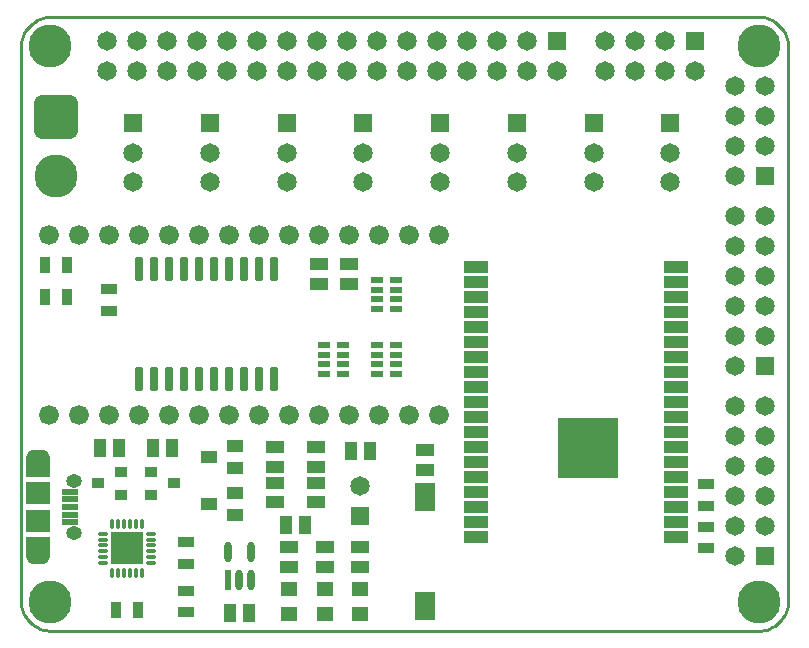
<source format=gts>
G04*
G04 #@! TF.GenerationSoftware,Altium Limited,Altium Designer,21.3.2 (30)*
G04*
G04 Layer_Color=8388736*
%FSLAX25Y25*%
%MOIN*%
G70*
G04*
G04 #@! TF.SameCoordinates,4FB7CEAD-E32D-458C-9978-29DB153300B6*
G04*
G04*
G04 #@! TF.FilePolarity,Negative*
G04*
G01*
G75*
%ADD18C,0.01000*%
%ADD19C,0.00394*%
%ADD22R,0.05512X0.03937*%
%ADD26R,0.03740X0.05512*%
%ADD29R,0.05512X0.03740*%
%ADD32R,0.02425X0.06721*%
G04:AMPARAMS|DCode=33|XSize=67.21mil|YSize=24.25mil|CornerRadius=12.12mil|HoleSize=0mil|Usage=FLASHONLY|Rotation=90.000|XOffset=0mil|YOffset=0mil|HoleType=Round|Shape=RoundedRectangle|*
%AMROUNDEDRECTD33*
21,1,0.06721,0.00000,0,0,90.0*
21,1,0.04296,0.02425,0,0,90.0*
1,1,0.02425,0.00000,0.02148*
1,1,0.02425,0.00000,-0.02148*
1,1,0.02425,0.00000,-0.02148*
1,1,0.02425,0.00000,0.02148*
%
%ADD33ROUNDEDRECTD33*%
G04:AMPARAMS|DCode=38|XSize=78.74mil|YSize=23.62mil|CornerRadius=2.01mil|HoleSize=0mil|Usage=FLASHONLY|Rotation=90.000|XOffset=0mil|YOffset=0mil|HoleType=Round|Shape=RoundedRectangle|*
%AMROUNDEDRECTD38*
21,1,0.07874,0.01961,0,0,90.0*
21,1,0.07472,0.02362,0,0,90.0*
1,1,0.00402,0.00980,0.03736*
1,1,0.00402,0.00980,-0.03736*
1,1,0.00402,-0.00980,-0.03736*
1,1,0.00402,-0.00980,0.03736*
%
%ADD38ROUNDEDRECTD38*%
%ADD41R,0.08071X0.07677*%
%ADD42R,0.05630X0.01890*%
%ADD43R,0.05906X0.03937*%
%ADD44R,0.06890X0.09173*%
%ADD45R,0.06890X0.09252*%
%ADD46R,0.08465X0.04134*%
%ADD47R,0.20276X0.20276*%
%ADD48R,0.04134X0.02165*%
%ADD49R,0.03937X0.05906*%
%ADD50R,0.04134X0.03740*%
%ADD51R,0.05315X0.04921*%
%ADD52O,0.01378X0.03740*%
%ADD53O,0.03740X0.01378*%
%ADD54R,0.11142X0.11142*%
%ADD55R,0.08071X0.06791*%
%ADD56R,0.08071X0.06791*%
%ADD57O,0.08071X0.05315*%
%ADD58O,0.05236X0.04449*%
%ADD59C,0.06614*%
%ADD60C,0.06496*%
G04:AMPARAMS|DCode=61|XSize=143.7mil|YSize=143.7mil|CornerRadius=20.18mil|HoleSize=0mil|Usage=FLASHONLY|Rotation=90.000|XOffset=0mil|YOffset=0mil|HoleType=Round|Shape=RoundedRectangle|*
%AMROUNDEDRECTD61*
21,1,0.14370,0.10335,0,0,90.0*
21,1,0.10335,0.14370,0,0,90.0*
1,1,0.04035,0.05167,0.05167*
1,1,0.04035,0.05167,-0.05167*
1,1,0.04035,-0.05167,-0.05167*
1,1,0.04035,-0.05167,0.05167*
%
%ADD61ROUNDEDRECTD61*%
%ADD62R,0.06496X0.06496*%
%ADD63R,0.06496X0.06496*%
%ADD64C,0.14370*%
D18*
X0Y10300D02*
X50Y9290D01*
X198Y8291D01*
X444Y7310D01*
X784Y6358D01*
X1216Y5445D01*
X1736Y4578D01*
X2338Y3766D01*
X3017Y3017D01*
X3766Y2338D01*
X4578Y1736D01*
X5445Y1216D01*
X6358Y784D01*
X7310Y444D01*
X8291Y198D01*
X9290Y50D01*
X10300Y0D01*
X245605D02*
X246615Y50D01*
X247615Y198D01*
X248595Y444D01*
X249547Y784D01*
X250461Y1216D01*
X251328Y1736D01*
X252140Y2338D01*
X252889Y3017D01*
X253568Y3766D01*
X254170Y4578D01*
X254689Y5445D01*
X255121Y6358D01*
X255462Y7310D01*
X255708Y8291D01*
X255856Y9290D01*
X255906Y10300D01*
Y194485D02*
X255856Y195495D01*
X255708Y196494D01*
X255462Y197475D01*
X255121Y198427D01*
X254689Y199340D01*
X254170Y200207D01*
X253568Y201019D01*
X252889Y201768D01*
X252140Y202447D01*
X251328Y203049D01*
X250461Y203569D01*
X249547Y204001D01*
X248595Y204342D01*
X247615Y204587D01*
X246615Y204735D01*
X245605Y204785D01*
X10300D02*
X9290Y204735D01*
X8291Y204587D01*
X7310Y204342D01*
X6358Y204001D01*
X5445Y203569D01*
X4578Y203049D01*
X3766Y202447D01*
X3017Y201768D01*
X2338Y201019D01*
X1736Y200207D01*
X1216Y199340D01*
X784Y198427D01*
X444Y197475D01*
X198Y196494D01*
X50Y195495D01*
X0Y194485D01*
Y10300D02*
Y91535D01*
X10300Y0D02*
X245606D01*
X255906Y10300D02*
Y194485D01*
X10300Y204785D02*
X245606D01*
X0Y91535D02*
Y194485D01*
D19*
X197Y19685D02*
Y62992D01*
D22*
X62598Y58071D02*
D03*
X71260Y61811D02*
D03*
Y54331D02*
D03*
Y38583D02*
D03*
Y46063D02*
D03*
X62598Y42323D02*
D03*
D26*
X15453Y122047D02*
D03*
X8169D02*
D03*
X15453Y111220D02*
D03*
X8169D02*
D03*
X39075Y6890D02*
D03*
X31791D02*
D03*
D29*
X228347Y41634D02*
D03*
Y48917D02*
D03*
X228346Y27559D02*
D03*
Y34843D02*
D03*
X55118Y22244D02*
D03*
Y29528D02*
D03*
Y6201D02*
D03*
Y13484D02*
D03*
X29528Y106595D02*
D03*
Y113878D02*
D03*
D32*
X69094Y16927D02*
D03*
D33*
X72835D02*
D03*
X76575D02*
D03*
Y26380D02*
D03*
X69094D02*
D03*
D38*
X39508Y84055D02*
D03*
X44508D02*
D03*
X49508D02*
D03*
X54508D02*
D03*
X59508D02*
D03*
X64508D02*
D03*
X69508D02*
D03*
X74508D02*
D03*
X79508D02*
D03*
X84508D02*
D03*
Y120669D02*
D03*
X79508D02*
D03*
X74508D02*
D03*
X69508D02*
D03*
X64508D02*
D03*
X59508D02*
D03*
X54508D02*
D03*
X49508D02*
D03*
X44508D02*
D03*
X39508D02*
D03*
D41*
X5906Y36811D02*
D03*
Y45866D02*
D03*
D42*
X16437Y46457D02*
D03*
Y43898D02*
D03*
Y36220D02*
D03*
Y41339D02*
D03*
Y38780D02*
D03*
D43*
X109252Y122343D02*
D03*
Y115846D02*
D03*
X84646Y54823D02*
D03*
Y61319D02*
D03*
Y43012D02*
D03*
Y49508D02*
D03*
X99410Y115846D02*
D03*
Y122342D02*
D03*
X98425Y43012D02*
D03*
Y49508D02*
D03*
X113189Y21358D02*
D03*
Y27854D02*
D03*
X101378Y21358D02*
D03*
Y27854D02*
D03*
X89567Y21358D02*
D03*
Y27854D02*
D03*
X98425Y54823D02*
D03*
Y61319D02*
D03*
X134842Y53839D02*
D03*
Y60335D02*
D03*
D44*
X134843Y44665D02*
D03*
D45*
Y8484D02*
D03*
D46*
X218504Y31496D02*
D03*
Y36496D02*
D03*
Y41496D02*
D03*
Y46496D02*
D03*
Y51496D02*
D03*
Y56496D02*
D03*
Y61496D02*
D03*
Y66496D02*
D03*
Y71496D02*
D03*
Y76496D02*
D03*
Y81496D02*
D03*
Y86496D02*
D03*
Y91496D02*
D03*
Y96496D02*
D03*
Y101496D02*
D03*
Y106496D02*
D03*
Y111496D02*
D03*
Y116496D02*
D03*
Y121496D02*
D03*
X151575D02*
D03*
Y116496D02*
D03*
Y111496D02*
D03*
Y106496D02*
D03*
Y101496D02*
D03*
Y96496D02*
D03*
Y91496D02*
D03*
Y86496D02*
D03*
Y81496D02*
D03*
Y76496D02*
D03*
Y71496D02*
D03*
Y66496D02*
D03*
Y61496D02*
D03*
Y56496D02*
D03*
Y51496D02*
D03*
Y46496D02*
D03*
Y41496D02*
D03*
Y36496D02*
D03*
Y31496D02*
D03*
D47*
X188976Y61024D02*
D03*
D48*
X118898Y116929D02*
D03*
Y113780D02*
D03*
Y110630D02*
D03*
Y107480D02*
D03*
X125197Y116929D02*
D03*
Y113780D02*
D03*
Y110630D02*
D03*
Y107480D02*
D03*
X118898Y95276D02*
D03*
Y92126D02*
D03*
Y88976D02*
D03*
Y85827D02*
D03*
X125197Y95276D02*
D03*
Y92126D02*
D03*
Y88976D02*
D03*
Y85827D02*
D03*
X107480D02*
D03*
Y88976D02*
D03*
Y92126D02*
D03*
Y95276D02*
D03*
X101181Y85827D02*
D03*
Y88976D02*
D03*
Y92126D02*
D03*
Y95276D02*
D03*
D49*
X88287Y35433D02*
D03*
X94784D02*
D03*
X109941Y60039D02*
D03*
X116437D02*
D03*
X69587Y5906D02*
D03*
X76083D02*
D03*
X50492Y61024D02*
D03*
X43996D02*
D03*
X32776D02*
D03*
X26280D02*
D03*
D50*
X51181Y49213D02*
D03*
X43307Y45472D02*
D03*
Y52953D02*
D03*
X25591Y49213D02*
D03*
X33465Y52953D02*
D03*
Y45472D02*
D03*
D51*
X113189Y5709D02*
D03*
Y13976D02*
D03*
X101378Y5709D02*
D03*
Y13976D02*
D03*
X89567Y5709D02*
D03*
Y13976D02*
D03*
D52*
X30512Y19488D02*
D03*
X32480D02*
D03*
X34449D02*
D03*
X36417D02*
D03*
X38386D02*
D03*
X40354D02*
D03*
Y35630D02*
D03*
X38386D02*
D03*
X36417D02*
D03*
X34449D02*
D03*
X32480D02*
D03*
X30512D02*
D03*
D53*
X43504Y22638D02*
D03*
Y24606D02*
D03*
Y26575D02*
D03*
Y28543D02*
D03*
Y30512D02*
D03*
Y32480D02*
D03*
X27362D02*
D03*
Y30512D02*
D03*
Y28543D02*
D03*
Y26575D02*
D03*
Y24606D02*
D03*
Y22638D02*
D03*
D54*
X35433Y27559D02*
D03*
D55*
X5906Y54675D02*
D03*
D56*
X5905Y28002D02*
D03*
D57*
X5906Y57776D02*
D03*
Y24902D02*
D03*
D58*
X17717Y32579D02*
D03*
Y50098D02*
D03*
D59*
X9528Y131890D02*
D03*
X19528D02*
D03*
X29528D02*
D03*
X39528D02*
D03*
X49528D02*
D03*
X59528D02*
D03*
X69528D02*
D03*
X109528D02*
D03*
X9528Y71890D02*
D03*
X79528D02*
D03*
Y131890D02*
D03*
X139528D02*
D03*
X129528D02*
D03*
X119528D02*
D03*
X99528D02*
D03*
X89528D02*
D03*
X19528Y71890D02*
D03*
X29528D02*
D03*
X39528D02*
D03*
X49528D02*
D03*
X59528D02*
D03*
X69528D02*
D03*
X89528D02*
D03*
X99528D02*
D03*
X109528D02*
D03*
X119528D02*
D03*
X129528D02*
D03*
X139528D02*
D03*
D60*
X248032Y161575D02*
D03*
X238032D02*
D03*
Y171575D02*
D03*
X248032D02*
D03*
Y181575D02*
D03*
X238032D02*
D03*
X214724Y186850D02*
D03*
X204724D02*
D03*
X194724Y196850D02*
D03*
X158898Y186850D02*
D03*
X148898D02*
D03*
X128898Y196850D02*
D03*
X118898D02*
D03*
Y186850D02*
D03*
X108898D02*
D03*
Y196850D02*
D03*
X98898D02*
D03*
Y186850D02*
D03*
X88898Y196850D02*
D03*
X78898Y186850D02*
D03*
Y196850D02*
D03*
X68898D02*
D03*
X58898Y186850D02*
D03*
X48898D02*
D03*
X38898Y196850D02*
D03*
X28898D02*
D03*
X248189Y35118D02*
D03*
X238189Y45118D02*
D03*
X248189Y55118D02*
D03*
Y65118D02*
D03*
Y75118D02*
D03*
X248032Y98268D02*
D03*
X238032D02*
D03*
X248032Y108268D02*
D03*
X238032D02*
D03*
X248032Y118268D02*
D03*
X238032Y128268D02*
D03*
Y138268D02*
D03*
X113189Y48386D02*
D03*
X37402Y159449D02*
D03*
X216535D02*
D03*
Y149606D02*
D03*
X28898Y186850D02*
D03*
X38898D02*
D03*
X48898Y196850D02*
D03*
X58898D02*
D03*
X68898Y186850D02*
D03*
X88898D02*
D03*
X128898D02*
D03*
X138898D02*
D03*
Y196850D02*
D03*
X148898D02*
D03*
X158898D02*
D03*
X168898Y186850D02*
D03*
Y196850D02*
D03*
X178898Y186850D02*
D03*
X238032Y151575D02*
D03*
X194724Y186850D02*
D03*
X204724Y196850D02*
D03*
X214724D02*
D03*
X224724Y186850D02*
D03*
X190945Y159449D02*
D03*
Y149606D02*
D03*
X165354Y159449D02*
D03*
Y149606D02*
D03*
X238189Y25118D02*
D03*
Y35118D02*
D03*
X248189Y45118D02*
D03*
X238189Y55118D02*
D03*
Y65118D02*
D03*
Y75118D02*
D03*
X238032Y88268D02*
D03*
Y118268D02*
D03*
X248032Y128268D02*
D03*
Y138268D02*
D03*
X37402Y149606D02*
D03*
X62992D02*
D03*
Y159449D02*
D03*
X88583Y149606D02*
D03*
Y159449D02*
D03*
X114173Y149606D02*
D03*
Y159449D02*
D03*
X139764Y149606D02*
D03*
Y159449D02*
D03*
D61*
X11811Y171260D02*
D03*
D62*
X216535Y169291D02*
D03*
X113189Y38386D02*
D03*
X248032Y151575D02*
D03*
X190945Y169291D02*
D03*
X165354D02*
D03*
X248189Y25118D02*
D03*
X248032Y88268D02*
D03*
X37402Y169291D02*
D03*
X62992D02*
D03*
X88583D02*
D03*
X114173D02*
D03*
X139764D02*
D03*
D63*
X178898Y196850D02*
D03*
X224724D02*
D03*
D64*
X11811Y151575D02*
D03*
X246063Y9843D02*
D03*
Y194882D02*
D03*
X9843D02*
D03*
Y9843D02*
D03*
M02*

</source>
